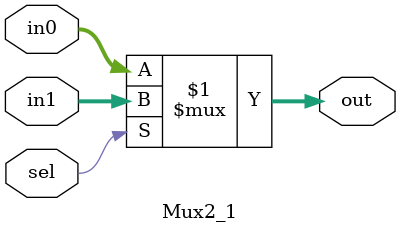
<source format=v>
`timescale 1ns / 1ps

module Mux2_1(
    input wire sel,
    input wire [31:0] in0,
    input wire [31:0] in1,
    output wire [31:0] out
);

    assign out = sel ? in1 : in0;

endmodule
</source>
